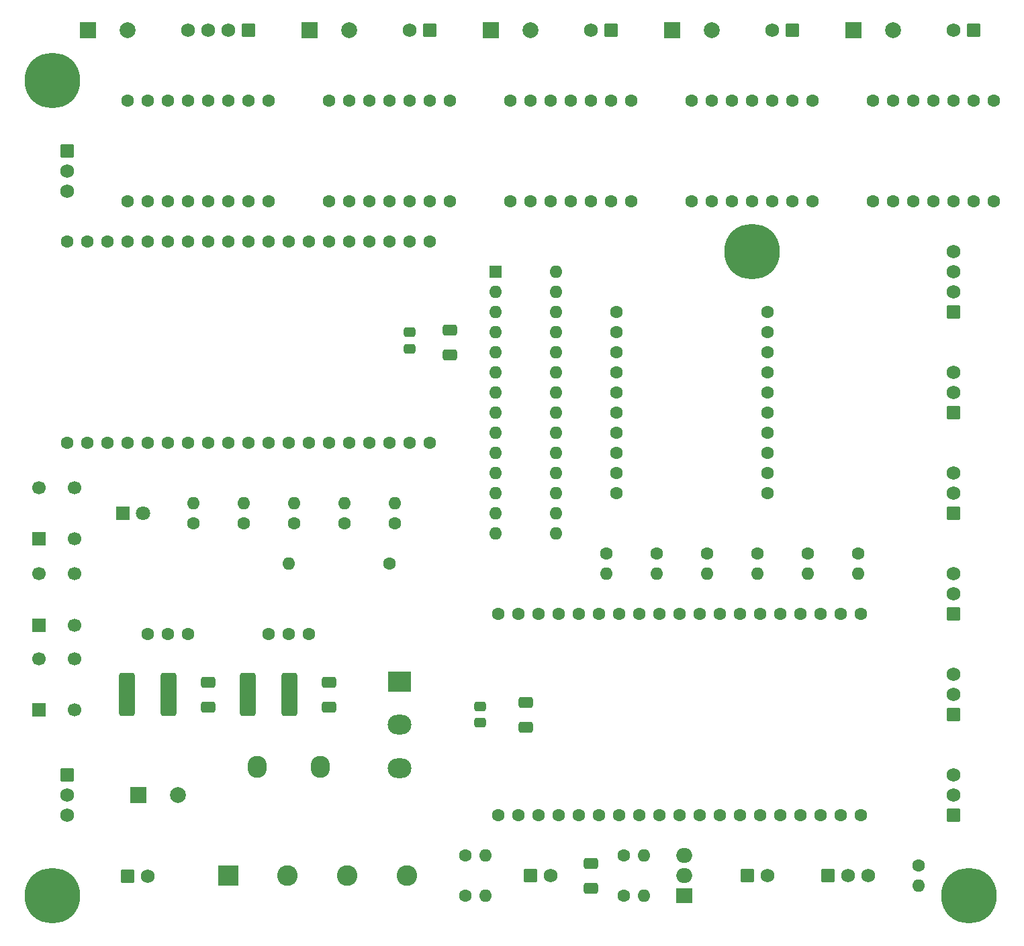
<source format=gbr>
%TF.GenerationSoftware,KiCad,Pcbnew,8.0.1*%
%TF.CreationDate,2024-08-10T06:31:29+02:00*%
%TF.ProjectId,2024-04-23 PCBV1.1,32303234-2d30-4342-9d32-332050434256,rev?*%
%TF.SameCoordinates,Original*%
%TF.FileFunction,Soldermask,Top*%
%TF.FilePolarity,Negative*%
%FSLAX46Y46*%
G04 Gerber Fmt 4.6, Leading zero omitted, Abs format (unit mm)*
G04 Created by KiCad (PCBNEW 8.0.1) date 2024-08-10 06:31:29*
%MOMM*%
%LPD*%
G01*
G04 APERTURE LIST*
G04 Aperture macros list*
%AMRoundRect*
0 Rectangle with rounded corners*
0 $1 Rounding radius*
0 $2 $3 $4 $5 $6 $7 $8 $9 X,Y pos of 4 corners*
0 Add a 4 corners polygon primitive as box body*
4,1,4,$2,$3,$4,$5,$6,$7,$8,$9,$2,$3,0*
0 Add four circle primitives for the rounded corners*
1,1,$1+$1,$2,$3*
1,1,$1+$1,$4,$5*
1,1,$1+$1,$6,$7*
1,1,$1+$1,$8,$9*
0 Add four rect primitives between the rounded corners*
20,1,$1+$1,$2,$3,$4,$5,0*
20,1,$1+$1,$4,$5,$6,$7,0*
20,1,$1+$1,$6,$7,$8,$9,0*
20,1,$1+$1,$8,$9,$2,$3,0*%
G04 Aperture macros list end*
%ADD10C,1.600000*%
%ADD11O,1.600000X1.600000*%
%ADD12RoundRect,0.250000X0.620000X0.620000X-0.620000X0.620000X-0.620000X-0.620000X0.620000X-0.620000X0*%
%ADD13C,1.740000*%
%ADD14RoundRect,0.250000X0.650000X-0.412500X0.650000X0.412500X-0.650000X0.412500X-0.650000X-0.412500X0*%
%ADD15C,4.500000*%
%ADD16C,7.000000*%
%ADD17R,1.700000X1.700000*%
%ADD18C,1.700000*%
%ADD19R,3.000000X2.500000*%
%ADD20O,3.000000X2.500000*%
%ADD21RoundRect,0.250000X0.620000X-0.620000X0.620000X0.620000X-0.620000X0.620000X-0.620000X-0.620000X0*%
%ADD22R,2.000000X2.000000*%
%ADD23C,2.000000*%
%ADD24RoundRect,0.249999X-0.737501X-2.450001X0.737501X-2.450001X0.737501X2.450001X-0.737501X2.450001X0*%
%ADD25RoundRect,0.250000X-0.650000X0.412500X-0.650000X-0.412500X0.650000X-0.412500X0.650000X0.412500X0*%
%ADD26R,1.600000X1.600000*%
%ADD27RoundRect,0.250000X-0.620000X0.620000X-0.620000X-0.620000X0.620000X-0.620000X0.620000X0.620000X0*%
%ADD28R,2.000000X1.905000*%
%ADD29O,2.000000X1.905000*%
%ADD30R,2.600000X2.600000*%
%ADD31C,2.600000*%
%ADD32RoundRect,0.250000X-0.620000X-0.620000X0.620000X-0.620000X0.620000X0.620000X-0.620000X0.620000X0*%
%ADD33RoundRect,0.250000X0.475000X-0.337500X0.475000X0.337500X-0.475000X0.337500X-0.475000X-0.337500X0*%
%ADD34O,2.400000X2.800000*%
%ADD35R,1.800000X1.800000*%
%ADD36C,1.800000*%
%ADD37RoundRect,0.250000X-0.475000X0.337500X-0.475000X-0.337500X0.475000X-0.337500X0.475000X0.337500X0*%
G04 APERTURE END LIST*
D10*
%TO.C,R2*%
X120040000Y-109220000D03*
D11*
X120040000Y-111760000D03*
%TD*%
D10*
%TO.C,R4*%
X67970000Y-105410000D03*
D11*
X67970000Y-102870000D03*
%TD*%
D12*
%TO.C,J4*%
X68580000Y-43180000D03*
D13*
X66040000Y-43180000D03*
X63500000Y-43180000D03*
X60960000Y-43180000D03*
%TD*%
D10*
%TO.C,R9*%
X95910000Y-147320000D03*
D11*
X98450000Y-147320000D03*
%TD*%
D14*
%TO.C,C13*%
X111760000Y-151422500D03*
X111760000Y-148297500D03*
%TD*%
D12*
%TO.C,J16*%
X160020000Y-43180000D03*
D13*
X157480000Y-43180000D03*
%TD*%
D10*
%TO.C,Difflock1*%
X147320000Y-64770000D03*
X149860000Y-64770000D03*
X152400000Y-64770000D03*
X154940000Y-64770000D03*
X157480000Y-64770000D03*
X160020000Y-64770000D03*
X162560000Y-64770000D03*
X162560000Y-52070000D03*
X160020000Y-52070000D03*
X157480000Y-52070000D03*
X154940000Y-52070000D03*
X152400000Y-52070000D03*
X149860000Y-52070000D03*
X147320000Y-52070000D03*
%TD*%
%TO.C,R12*%
X115905000Y-147320000D03*
D11*
X118445000Y-147320000D03*
%TD*%
D15*
%TO.C,H3*%
X43840000Y-152400000D03*
D16*
X43840000Y-152400000D03*
%TD*%
D17*
%TO.C,SW3*%
X42200000Y-128980000D03*
D18*
X42200000Y-122480000D03*
X46700000Y-128980000D03*
X46700000Y-122480000D03*
%TD*%
D10*
%TO.C,U1*%
X145832500Y-142240000D03*
X100112500Y-116840000D03*
X100112500Y-142240000D03*
X102652500Y-142240000D03*
X105192500Y-142240000D03*
X107732500Y-142240000D03*
X110272500Y-142240000D03*
X112812500Y-142240000D03*
X115352500Y-142240000D03*
X117892500Y-142240000D03*
X120432500Y-142240000D03*
X122972500Y-142240000D03*
X125512500Y-142240000D03*
X128052500Y-142240000D03*
X130592500Y-142240000D03*
X133132500Y-142240000D03*
X135672500Y-142240000D03*
X138212500Y-142240000D03*
X140752500Y-142240000D03*
X143292500Y-142240000D03*
X145832500Y-116840000D03*
X143292500Y-116840000D03*
X140752500Y-116840000D03*
X138212500Y-116840000D03*
X135672500Y-116840000D03*
X133132500Y-116840000D03*
X130592500Y-116840000D03*
X128052500Y-116840000D03*
X125512500Y-116840000D03*
X122972500Y-116840000D03*
X120432500Y-116840000D03*
X117892500Y-116840000D03*
X112812500Y-116840000D03*
X110272500Y-116840000D03*
X107732500Y-116840000D03*
X105192500Y-116840000D03*
X102652500Y-116840000D03*
X115352500Y-116840000D03*
%TD*%
D19*
%TO.C,Q1*%
X87630000Y-125350000D03*
D20*
X87630000Y-130810000D03*
X87630000Y-136270000D03*
%TD*%
D21*
%TO.C,J7*%
X157480000Y-116840000D03*
D13*
X157480000Y-114300000D03*
X157480000Y-111760000D03*
%TD*%
D10*
%TO.C,U3*%
X134010000Y-88900000D03*
X134010000Y-91440000D03*
X134010000Y-81280000D03*
X134010000Y-93980000D03*
X134010000Y-96520000D03*
X134010000Y-99060000D03*
X134010000Y-101600000D03*
X134010000Y-78740000D03*
X134010000Y-86360000D03*
X134010000Y-83820000D03*
%TD*%
D17*
%TO.C,SW2*%
X42200000Y-118260000D03*
D18*
X42200000Y-111760000D03*
X46700000Y-118260000D03*
X46700000Y-111760000D03*
%TD*%
D22*
%TO.C,C10*%
X48340000Y-43180000D03*
D23*
X53340000Y-43180000D03*
%TD*%
D24*
%TO.C,C4*%
X53242500Y-127000000D03*
X58517500Y-127000000D03*
%TD*%
D25*
%TO.C,C5*%
X78740000Y-125437500D03*
X78740000Y-128562500D03*
%TD*%
D15*
%TO.C,H1*%
X43840000Y-49530000D03*
D16*
X43840000Y-49530000D03*
%TD*%
D10*
%TO.C,R1*%
X113690000Y-109220000D03*
D11*
X113690000Y-111760000D03*
%TD*%
D26*
%TO.C,U2*%
X99720000Y-73660000D03*
D11*
X99720000Y-76200000D03*
X99720000Y-78740000D03*
X99720000Y-81280000D03*
X99720000Y-83820000D03*
X99720000Y-86360000D03*
X99720000Y-88900000D03*
X99720000Y-91440000D03*
X99720000Y-93980000D03*
X99720000Y-96520000D03*
X99720000Y-99060000D03*
X99720000Y-101600000D03*
X99720000Y-104140000D03*
X99720000Y-106680000D03*
X107340000Y-106680000D03*
X107340000Y-104140000D03*
X107340000Y-101600000D03*
X107340000Y-99060000D03*
X107340000Y-96520000D03*
X107340000Y-93980000D03*
X107340000Y-91440000D03*
X107340000Y-88900000D03*
X107340000Y-86360000D03*
X107340000Y-83820000D03*
X107340000Y-81280000D03*
X107340000Y-78740000D03*
X107340000Y-76200000D03*
X107340000Y-73660000D03*
%TD*%
D21*
%TO.C,J1*%
X157480000Y-78740000D03*
D13*
X157480000Y-76200000D03*
X157480000Y-73660000D03*
X157480000Y-71120000D03*
%TD*%
D21*
%TO.C,J8*%
X157480000Y-129540000D03*
D13*
X157480000Y-127000000D03*
X157480000Y-124460000D03*
%TD*%
D10*
%TO.C,ClutchB1*%
X124460000Y-64770000D03*
X127000000Y-64770000D03*
X129540000Y-64770000D03*
X132080000Y-64770000D03*
X134620000Y-64770000D03*
X137160000Y-64770000D03*
X139700000Y-64770000D03*
X139700000Y-52070000D03*
X137160000Y-52070000D03*
X134620000Y-52070000D03*
X132080000Y-52070000D03*
X129540000Y-52070000D03*
X127000000Y-52070000D03*
X124460000Y-52070000D03*
%TD*%
D25*
%TO.C,C3*%
X63500000Y-125437500D03*
X63500000Y-128562500D03*
%TD*%
D10*
%TO.C,DC/DC2*%
X71120000Y-119380000D03*
X73660000Y-119380000D03*
X76200000Y-119380000D03*
%TD*%
%TO.C,R3*%
X74320000Y-105410000D03*
D11*
X74320000Y-102870000D03*
%TD*%
D21*
%TO.C,J6*%
X157480000Y-104140000D03*
D13*
X157480000Y-101600000D03*
X157480000Y-99060000D03*
%TD*%
D21*
%TO.C,J12*%
X157505000Y-142240000D03*
D13*
X157505000Y-139700000D03*
X157505000Y-137160000D03*
%TD*%
D12*
%TO.C,J14*%
X114300000Y-43180000D03*
D13*
X111760000Y-43180000D03*
%TD*%
D10*
%TO.C,A1*%
X71120000Y-52080000D03*
X68580000Y-52080000D03*
X66040000Y-52080000D03*
X63500000Y-52080000D03*
X60960000Y-52080000D03*
X58420000Y-52080000D03*
X55880000Y-52080000D03*
X53340000Y-52080000D03*
X53340000Y-64780000D03*
X55880000Y-64780000D03*
X58420000Y-64780000D03*
X60960000Y-64780000D03*
X63500000Y-64780000D03*
X66040000Y-64780000D03*
X68580000Y-64780000D03*
X71120000Y-64780000D03*
%TD*%
D12*
%TO.C,J15*%
X137160000Y-43180000D03*
D13*
X134620000Y-43180000D03*
%TD*%
D10*
%TO.C,R13*%
X115905000Y-152400000D03*
D11*
X118445000Y-152400000D03*
%TD*%
D27*
%TO.C,J3*%
X45720000Y-58420000D03*
D13*
X45720000Y-60960000D03*
X45720000Y-63500000D03*
%TD*%
D28*
%TO.C,Q2*%
X123525000Y-152400000D03*
D29*
X123525000Y-149860000D03*
X123525000Y-147320000D03*
%TD*%
D10*
%TO.C,R8*%
X80670000Y-105410000D03*
D11*
X80670000Y-102870000D03*
%TD*%
D25*
%TO.C,C2*%
X103530000Y-127977500D03*
X103530000Y-131102500D03*
%TD*%
D27*
%TO.C,J2*%
X45720000Y-137160000D03*
D13*
X45720000Y-139700000D03*
X45720000Y-142240000D03*
%TD*%
D30*
%TO.C,J18*%
X66040000Y-149860000D03*
D31*
X73540000Y-149860000D03*
X81040000Y-149860000D03*
X88540000Y-149860000D03*
%TD*%
D10*
%TO.C,U6*%
X45720000Y-69850000D03*
X91440000Y-95250000D03*
X91440000Y-69850000D03*
X88900000Y-69850000D03*
X86360000Y-69850000D03*
X83820000Y-69850000D03*
X81280000Y-69850000D03*
X78740000Y-69850000D03*
X76200000Y-69850000D03*
X73660000Y-69850000D03*
X71120000Y-69850000D03*
X68580000Y-69850000D03*
X66040000Y-69850000D03*
X63500000Y-69850000D03*
X60960000Y-69850000D03*
X58420000Y-69850000D03*
X55880000Y-69850000D03*
X53340000Y-69850000D03*
X50800000Y-69850000D03*
X48260000Y-69850000D03*
X45720000Y-95250000D03*
X48260000Y-95250000D03*
X50800000Y-95250000D03*
X53340000Y-95250000D03*
X55880000Y-95250000D03*
X58420000Y-95250000D03*
X60960000Y-95250000D03*
X63500000Y-95250000D03*
X66040000Y-95250000D03*
X68580000Y-95250000D03*
X71120000Y-95250000D03*
X73660000Y-95250000D03*
X78740000Y-95250000D03*
X81280000Y-95250000D03*
X83820000Y-95250000D03*
X86360000Y-95250000D03*
X88900000Y-95250000D03*
X76200000Y-95250000D03*
%TD*%
%TO.C,R18*%
X139090000Y-109220000D03*
D11*
X139090000Y-111760000D03*
%TD*%
D32*
%TO.C,J17*%
X53340000Y-149980000D03*
D13*
X55880000Y-149980000D03*
%TD*%
D32*
%TO.C,J11*%
X131470000Y-149860000D03*
D13*
X134010000Y-149860000D03*
%TD*%
D22*
%TO.C,C11*%
X99140000Y-43180000D03*
D23*
X104140000Y-43180000D03*
%TD*%
D22*
%TO.C,C9*%
X144860000Y-43180000D03*
D23*
X149860000Y-43180000D03*
%TD*%
D14*
%TO.C,C15*%
X93980000Y-84112500D03*
X93980000Y-80987500D03*
%TD*%
D10*
%TO.C,R10*%
X95910000Y-152400000D03*
D11*
X98450000Y-152400000D03*
%TD*%
D12*
%TO.C,J13*%
X91440000Y-43180000D03*
D13*
X88900000Y-43180000D03*
%TD*%
D33*
%TO.C,C7*%
X97790000Y-130577500D03*
X97790000Y-128502500D03*
%TD*%
D32*
%TO.C,J10*%
X141630000Y-149860000D03*
D13*
X144170000Y-149860000D03*
X146710000Y-149860000D03*
%TD*%
D10*
%TO.C,R19*%
X145440000Y-109220000D03*
D11*
X145440000Y-111760000D03*
%TD*%
D17*
%TO.C,SW1*%
X42200000Y-107390000D03*
D18*
X42200000Y-100890000D03*
X46700000Y-107390000D03*
X46700000Y-100890000D03*
%TD*%
D22*
%TO.C,C14*%
X54690000Y-139700000D03*
D23*
X59690000Y-139700000D03*
%TD*%
D21*
%TO.C,J5*%
X157480000Y-91440000D03*
D13*
X157480000Y-88900000D03*
X157480000Y-86360000D03*
%TD*%
D34*
%TO.C,F1*%
X69660000Y-136160000D03*
X77660000Y-136160000D03*
%TD*%
D10*
%TO.C,DC/DC1*%
X55880000Y-119380000D03*
X58420000Y-119380000D03*
X60960000Y-119380000D03*
%TD*%
%TO.C,R16*%
X126390000Y-109220000D03*
D11*
X126390000Y-111760000D03*
%TD*%
D10*
%TO.C,U4*%
X114960000Y-88900000D03*
X114960000Y-91440000D03*
X114960000Y-81280000D03*
X114960000Y-93980000D03*
X114960000Y-96520000D03*
X114960000Y-99060000D03*
X114960000Y-101600000D03*
X114960000Y-78740000D03*
X114960000Y-86360000D03*
X114960000Y-83820000D03*
%TD*%
D15*
%TO.C,H2*%
X132080000Y-71120000D03*
D16*
X132080000Y-71120000D03*
%TD*%
D35*
%TO.C,D1*%
X52730000Y-104140000D03*
D36*
X55270000Y-104140000D03*
%TD*%
D24*
%TO.C,C6*%
X68482500Y-127000000D03*
X73757500Y-127000000D03*
%TD*%
D10*
%TO.C,R17*%
X132740000Y-109220000D03*
D11*
X132740000Y-111760000D03*
%TD*%
D22*
%TO.C,C1*%
X76280000Y-43180000D03*
D23*
X81280000Y-43180000D03*
%TD*%
D37*
%TO.C,C16*%
X88925000Y-81280000D03*
X88925000Y-83355000D03*
%TD*%
D32*
%TO.C,J9*%
X104140000Y-149860000D03*
D13*
X106680000Y-149860000D03*
%TD*%
D10*
%TO.C,R5*%
X61620000Y-105410000D03*
D11*
X61620000Y-102870000D03*
%TD*%
D10*
%TO.C,ClutchA1*%
X101625000Y-64770000D03*
X104165000Y-64770000D03*
X106705000Y-64770000D03*
X109245000Y-64770000D03*
X111785000Y-64770000D03*
X114325000Y-64770000D03*
X116865000Y-64770000D03*
X116865000Y-52070000D03*
X114325000Y-52070000D03*
X111785000Y-52070000D03*
X109245000Y-52070000D03*
X106705000Y-52070000D03*
X104165000Y-52070000D03*
X101625000Y-52070000D03*
%TD*%
D22*
%TO.C,C12*%
X122000000Y-43180000D03*
D23*
X127000000Y-43180000D03*
%TD*%
D10*
%TO.C,R11*%
X87020000Y-105410000D03*
D11*
X87020000Y-102870000D03*
%TD*%
D10*
%TO.C,R15*%
X153060000Y-148590000D03*
D11*
X153060000Y-151130000D03*
%TD*%
D15*
%TO.C,H4*%
X159410000Y-152400000D03*
D16*
X159410000Y-152400000D03*
%TD*%
D10*
%TO.C,R6*%
X86385000Y-110490000D03*
D11*
X73685000Y-110490000D03*
%TD*%
D10*
%TO.C,Shifter1*%
X78740000Y-64770000D03*
X81280000Y-64770000D03*
X83820000Y-64770000D03*
X86360000Y-64770000D03*
X88900000Y-64770000D03*
X91440000Y-64770000D03*
X93980000Y-64770000D03*
X93980000Y-52070000D03*
X91440000Y-52070000D03*
X88900000Y-52070000D03*
X86360000Y-52070000D03*
X83820000Y-52070000D03*
X81280000Y-52070000D03*
X78740000Y-52070000D03*
%TD*%
M02*

</source>
